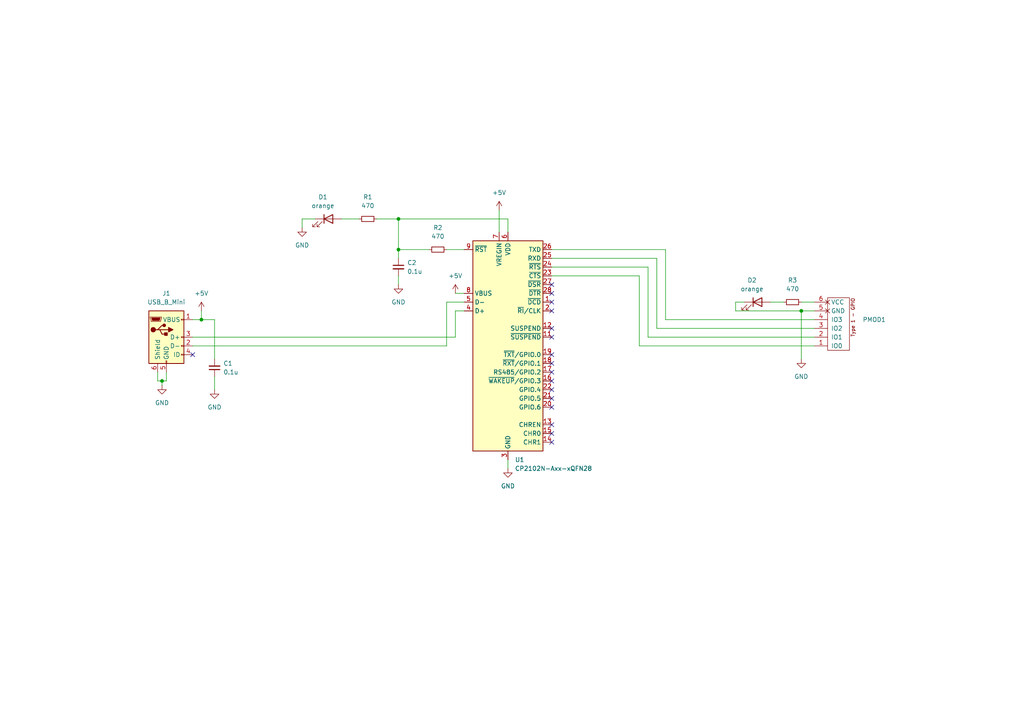
<source format=kicad_sch>
(kicad_sch (version 20211123) (generator eeschema)
  (paper "A4")
  (lib_symbols
    (symbol "Connector:USB_B_Mini" (pin_names (offset 1.016))
      (property "Reference" "J" (at -5.08 11.43 0))
      (property "Value" "USB_B_Mini" (at -5.08 8.89 0))
      (symbol "USB_B_Mini_0_1"
        (rectangle (start -5.08 -7.62) (end 5.08 7.62) (stroke (width 0.254)) (fill (type background)))
        (circle (center -3.81 2.159) (radius 0.635) (stroke (width 0.254)) (fill (type outline)))
        (circle (center -0.635 3.429) (radius 0.381) (stroke (width 0.254)) (fill (type outline)))
        (rectangle (start -0.127 -7.62) (end 0.127 -6.858))
        (polyline (pts (xy -1.905 2.159) (xy 0.635 2.159)) (stroke (width 0.254)))
        (polyline (pts (xy -3.175 2.159) (xy -2.54 2.159) (xy -1.27 3.429) (xy -0.635 3.429)) (stroke (width 0.254)))
        (polyline (pts (xy -2.54 2.159) (xy -1.905 2.159) (xy -1.27 0.889) (xy 0 0.889)) (stroke (width 0.254)))
        (polyline (pts (xy 0.635 2.794) (xy 0.635 1.524) (xy 1.905 2.159) (xy 0.635 2.794)) (stroke (width 0.254)) (fill (type outline)))
        (polyline (pts (xy -4.318 5.588) (xy -1.778 5.588) (xy -2.032 4.826) (xy -4.064 4.826) (xy -4.318 5.588)) (fill (type outline)))
        (polyline (pts (xy -4.699 5.842) (xy -4.699 5.588) (xy -4.445 4.826) (xy -4.445 4.572) (xy -1.651 4.572) (xy -1.651 4.826) (xy -1.397 5.588) (xy -1.397 5.842) (xy -4.699 5.842)))
        (rectangle (start 0.254 1.27) (end -0.508 0.508) (stroke (width 0.254)) (fill (type outline)))
        (rectangle (start 5.08 -5.207) (end 4.318 -4.953))
        (rectangle (start 5.08 -2.667) (end 4.318 -2.413))
        (rectangle (start 5.08 -0.127) (end 4.318 0.127))
        (rectangle (start 5.08 4.953) (end 4.318 5.207))
      )
      (symbol "USB_B_Mini_1_1"
        (pin power_out line (at 7.62 5.08 180) (length 2.54) (name "VBUS") (number "1"))
        (pin bidirectional line (at 7.62 -2.54 180) (length 2.54) (name "D-") (number "2"))
        (pin bidirectional line (at 7.62 0 180) (length 2.54) (name "D+") (number "3"))
        (pin passive line (at 7.62 -5.08 180) (length 2.54) (name "ID") (number "4"))
        (pin power_out line (at 0 -10.16 90) (length 2.54) (name "GND") (number "5"))
        (pin passive line (at -2.54 -10.16 90) (length 2.54) (name "Shield") (number "6"))
      )
    )
    (symbol "Device:C_Small" (pin_numbers hide) (pin_names (offset 0.254) hide)
      (property "Reference" "C" (at 0.254 1.778 0))
      (property "Value" "C_Small" (at 0.254 -2.032 0))
      (symbol "C_Small_0_1"
        (polyline (pts (xy -1.524 -0.508) (xy 1.524 -0.508)) (stroke (width 0.3302)))
        (polyline (pts (xy -1.524 0.508) (xy 1.524 0.508)) (stroke (width 0.3048)))
      )
      (symbol "C_Small_1_1"
        (pin passive line (at 0 2.54 270) (length 2.032) (name "~") (number "1"))
        (pin passive line (at 0 -2.54 90) (length 2.032) (name "~") (number "2"))
      )
    )
    (symbol "Device:LED" (pin_numbers hide) (pin_names (offset 1.016) hide)
      (property "Reference" "D" (at 0 2.54 0))
      (property "Value" "LED" (at 0 -2.54 0))
      (symbol "LED_0_1"
        (polyline (pts (xy -1.27 -1.27) (xy -1.27 1.27)) (stroke (width 0.254)))
        (polyline (pts (xy -1.27 0) (xy 1.27 0)))
        (polyline (pts (xy 1.27 -1.27) (xy 1.27 1.27) (xy -1.27 0) (xy 1.27 -1.27)) (stroke (width 0.254)))
        (polyline (pts (xy -3.048 -0.762) (xy -4.572 -2.286) (xy -3.81 -2.286) (xy -4.572 -2.286) (xy -4.572 -1.524)))
        (polyline (pts (xy -1.778 -0.762) (xy -3.302 -2.286) (xy -2.54 -2.286) (xy -3.302 -2.286) (xy -3.302 -1.524)))
      )
      (symbol "LED_1_1"
        (pin passive line (at -3.81 0 0) (length 2.54) (name "K") (number "1"))
        (pin passive line (at 3.81 0 180) (length 2.54) (name "A") (number "2"))
      )
    )
    (symbol "Device:R_Small" (pin_numbers hide) (pin_names (offset 0.254) hide)
      (property "Reference" "R" (at 0.762 0.508 0))
      (property "Value" "R_Small" (at 0.762 -1.016 0))
      (symbol "R_Small_0_1"
        (rectangle (start -0.762 1.778) (end 0.762 -1.778) (stroke (width 0.2032)))
      )
      (symbol "R_Small_1_1"
        (pin passive line (at 0 2.54 270) (length 0.762) (name "~") (number "1"))
        (pin passive line (at 0 -2.54 90) (length 0.762) (name "~") (number "2"))
      )
    )
    (symbol "Interface_USB:CP2102N-Axx-xQFN28"
      (property "Reference" "U" (at -8.89 31.75 0))
      (property "Value" "CP2102N-Axx-xQFN28" (at 12.7 31.75 0))
      (symbol "CP2102N-Axx-xQFN28_0_1"
        (rectangle (start -10.16 30.48) (end 10.16 -30.48) (stroke (width 0.254)) (fill (type background)))
      )
      (symbol "CP2102N-Axx-xQFN28_1_1"
        (pin input line (at 12.7 12.7 180) (length 2.54) (name "~{DCD}") (number "1"))
        (pin no_connect line (at -10.16 -27.94 0) (length 2.54) hide (name "NC") (number "10"))
        (pin output line (at 12.7 2.54 180) (length 2.54) (name "~{SUSPEND}") (number "11"))
        (pin output line (at 12.7 5.08 180) (length 2.54) (name "SUSPEND") (number "12"))
        (pin output line (at 12.7 -22.86 180) (length 2.54) (name "CHREN") (number "13"))
        (pin output line (at 12.7 -27.94 180) (length 2.54) (name "CHR1") (number "14"))
        (pin output line (at 12.7 -25.4 180) (length 2.54) (name "CHR0") (number "15"))
        (pin bidirectional line (at 12.7 -10.16 180) (length 2.54) (name "~{WAKEUP}/GPIO.3") (number "16"))
        (pin bidirectional line (at 12.7 -7.62 180) (length 2.54) (name "RS485/GPIO.2") (number "17"))
        (pin bidirectional line (at 12.7 -5.08 180) (length 2.54) (name "~{RXT}/GPIO.1") (number "18"))
        (pin bidirectional line (at 12.7 -2.54 180) (length 2.54) (name "~{TXT}/GPIO.0") (number "19"))
        (pin bidirectional line (at 12.7 10.16 180) (length 2.54) (name "~{RI}/CLK") (number "2"))
        (pin bidirectional line (at 12.7 -17.78 180) (length 2.54) (name "GPIO.6") (number "20"))
        (pin bidirectional line (at 12.7 -15.24 180) (length 2.54) (name "GPIO.5") (number "21"))
        (pin bidirectional line (at 12.7 -12.7 180) (length 2.54) (name "GPIO.4") (number "22"))
        (pin input line (at 12.7 20.32 180) (length 2.54) (name "~{CTS}") (number "23"))
        (pin output line (at 12.7 22.86 180) (length 2.54) (name "~{RTS}") (number "24"))
        (pin input line (at 12.7 25.4 180) (length 2.54) (name "RXD") (number "25"))
        (pin output line (at 12.7 27.94 180) (length 2.54) (name "TXD") (number "26"))
        (pin input line (at 12.7 17.78 180) (length 2.54) (name "~{DSR}") (number "27"))
        (pin output line (at 12.7 15.24 180) (length 2.54) (name "~{DTR}") (number "28"))
        (pin passive line (at 0 -33.02 90) (length 2.54) hide (name "GND") (number "29"))
        (pin power_in line (at 0 -33.02 90) (length 2.54) (name "GND") (number "3"))
        (pin bidirectional line (at -12.7 10.16 0) (length 2.54) (name "D+") (number "4"))
        (pin bidirectional line (at -12.7 12.7 0) (length 2.54) (name "D-") (number "5"))
        (pin power_in line (at 0 33.02 270) (length 2.54) (name "VDD") (number "6"))
        (pin power_in line (at -2.54 33.02 270) (length 2.54) (name "VREGIN") (number "7"))
        (pin input line (at -12.7 15.24 0) (length 2.54) (name "VBUS") (number "8"))
        (pin input line (at -12.7 27.94 0) (length 2.54) (name "~{RST}") (number "9"))
      )
    )
    (symbol "pmod:PMOD-Device-x1-Type-1-GPIO" (pin_names (offset 1.016))
      (property "Reference" "PMOD" (at -3.302 -1.27 0))
      (property "Datasheet" "https://docs.google.com/a/mithis.com/spreadsheets/d/1D-GboyrP57VVpejQzEm0P1WEORo1LAIt92hk1bZGEoo/edit#gid=0" (at -1.27 7.62 0))
      (symbol "PMOD-Device-x1-Type-1-GPIO_0_0"
        (text "Type 1 - GPIO" (at -7.366 0 900) (effects (font (size 0.9906 0.9906)) (justify left)))
      )
      (symbol "PMOD-Device-x1-Type-1-GPIO_0_1"
        (rectangle (start 0 15.24) (end -6.35 0))
      )
      (symbol "PMOD-Device-x1-Type-1-GPIO_1_1"
        (pin bidirectional line (at 3.81 13.97 180) (length 3.81) (name "IO0") (number "1"))
        (pin bidirectional line (at 3.81 11.43 180) (length 3.81) (name "IO1") (number "2"))
        (pin bidirectional line (at 3.81 8.89 180) (length 3.81) (name "IO2") (number "3"))
        (pin bidirectional line (at 3.81 6.35 180) (length 3.81) (name "IO3") (number "4"))
        (pin power_out non_logic (at 3.81 3.81 180) (length 3.81) (name "GND") (number "5"))
        (pin power_out non_logic (at 3.81 1.27 180) (length 3.81) (name "VCC") (number "6"))
      )
    )
    (symbol "power:+5V" (power) (pin_names (offset 0))
      (property "Value" "+5V" (at 0 3.556 0))
      (symbol "+5V_0_1"
        (polyline (pts (xy -0.762 1.27) (xy 0 2.54)))
        (polyline (pts (xy 0 0) (xy 0 2.54)))
        (polyline (pts (xy 0 2.54) (xy 0.762 1.27)))
      )
      (symbol "+5V_1_1"
        (pin power_in line (at 0 0 90) (length 0) hide (name "+5V") (number "1"))
      )
    )
    (symbol "power:GND" (power) (pin_names (offset 0))
      (property "Value" "GND" (at 0 -3.81 0))
      (symbol "GND_0_1"
        (polyline (pts (xy 0 0) (xy 0 -1.27) (xy 1.27 -1.27) (xy 0 -2.54) (xy -1.27 -1.27) (xy 0 -1.27)))
      )
      (symbol "GND_1_1"
        (pin power_in line (at 0 0 270) (length 0) hide (name "GND") (number "1"))
      )
    )
  )
  (junction (at 46.99 110.49))
  (junction (at 232.41 90.17))
  (junction (at 58.42 92.71))
  (junction (at 115.57 72.39))
  (junction (at 115.57 63.5))
  (no_connect (at 160.02 85.09))
  (no_connect (at 160.02 82.55))
  (no_connect (at 160.02 90.17))
  (no_connect (at 160.02 107.95))
  (no_connect (at 160.02 105.41))
  (no_connect (at 160.02 102.87))
  (no_connect (at 160.02 110.49))
  (no_connect (at 160.02 128.27))
  (no_connect (at 160.02 125.73))
  (no_connect (at 160.02 123.19))
  (no_connect (at 160.02 118.11))
  (no_connect (at 160.02 115.57))
  (no_connect (at 160.02 113.03))
  (no_connect (at 160.02 97.79))
  (no_connect (at 160.02 95.25))
  (no_connect (at 160.02 87.63))
  (no_connect (at 55.88 102.87))
  (wire (pts (xy 91.44 63.5) (xy 87.63 63.5)))
  (wire (pts (xy 129.54 72.39) (xy 134.62 72.39)))
  (wire (pts (xy 232.41 90.17) (xy 232.41 104.14)))
  (wire (pts (xy 160.02 74.93) (xy 190.5 74.93)))
  (wire (pts (xy 193.04 92.71) (xy 193.04 72.39)))
  (wire (pts (xy 58.42 92.71) (xy 62.23 92.71)))
  (wire (pts (xy 144.78 60.96) (xy 144.78 67.31)))
  (wire (pts (xy 147.32 133.35) (xy 147.32 135.89)))
  (wire (pts (xy 129.54 87.63) (xy 129.54 100.33)))
  (wire (pts (xy 132.08 90.17) (xy 134.62 90.17)))
  (wire (pts (xy 190.5 74.93) (xy 190.5 95.25)))
  (wire (pts (xy 236.22 90.17) (xy 232.41 90.17)))
  (wire (pts (xy 45.72 110.49) (xy 46.99 110.49)))
  (wire (pts (xy 236.22 97.79) (xy 187.96 97.79)))
  (wire (pts (xy 46.99 110.49) (xy 46.99 111.76)))
  (wire (pts (xy 132.08 97.79) (xy 132.08 90.17)))
  (wire (pts (xy 58.42 92.71) (xy 58.42 90.17)))
  (wire (pts (xy 236.22 92.71) (xy 193.04 92.71)))
  (wire (pts (xy 213.36 90.17) (xy 232.41 90.17)))
  (wire (pts (xy 215.9 87.63) (xy 213.36 87.63)))
  (wire (pts (xy 160.02 80.01) (xy 185.42 80.01)))
  (wire (pts (xy 187.96 77.47) (xy 160.02 77.47)))
  (wire (pts (xy 115.57 80.01) (xy 115.57 82.55)))
  (wire (pts (xy 190.5 95.25) (xy 236.22 95.25)))
  (wire (pts (xy 147.32 67.31) (xy 147.32 63.5)))
  (wire (pts (xy 185.42 100.33) (xy 236.22 100.33)))
  (wire (pts (xy 213.36 87.63) (xy 213.36 90.17)))
  (wire (pts (xy 55.88 92.71) (xy 58.42 92.71)))
  (wire (pts (xy 187.96 97.79) (xy 187.96 77.47)))
  (wire (pts (xy 147.32 63.5) (xy 115.57 63.5)))
  (wire (pts (xy 115.57 63.5) (xy 115.57 72.39)))
  (wire (pts (xy 115.57 72.39) (xy 124.46 72.39)))
  (wire (pts (xy 134.62 87.63) (xy 129.54 87.63)))
  (wire (pts (xy 62.23 109.22) (xy 62.23 113.03)))
  (wire (pts (xy 129.54 100.33) (xy 55.88 100.33)))
  (wire (pts (xy 232.41 87.63) (xy 236.22 87.63)))
  (wire (pts (xy 115.57 72.39) (xy 115.57 74.93)))
  (wire (pts (xy 109.22 63.5) (xy 115.57 63.5)))
  (wire (pts (xy 45.72 107.95) (xy 45.72 110.49)))
  (wire (pts (xy 55.88 97.79) (xy 132.08 97.79)))
  (wire (pts (xy 99.06 63.5) (xy 104.14 63.5)))
  (wire (pts (xy 185.42 80.01) (xy 185.42 100.33)))
  (wire (pts (xy 62.23 104.14) (xy 62.23 92.71)))
  (wire (pts (xy 223.52 87.63) (xy 227.33 87.63)))
  (wire (pts (xy 132.08 85.09) (xy 134.62 85.09)))
  (wire (pts (xy 87.63 63.5) (xy 87.63 66.04)))
  (wire (pts (xy 48.26 107.95) (xy 48.26 110.49)))
  (wire (pts (xy 46.99 110.49) (xy 48.26 110.49)))
  (wire (pts (xy 193.04 72.39) (xy 160.02 72.39)))
  (symbol (lib_id "power:GND") (at 147.32 135.89 0) (unit 1)
    (property "Reference" "#PWR0101" (effects hide))
    (property "Value" "GND" (at 147.32 140.97 0))
  )
  (symbol (lib_id "pmod:PMOD-Device-x1-Type-1-GPIO") (at 240.03 86.36 180) (unit 1)
    (property "Reference" "PMOD1" (at 250.19 92.7099 0) (effects (justify right)))
    (property "Value" "PMOD-Device-x1-Type-1-GPIO" (effects hide))
    (property "Footprint" "pmod-conn_6x2:pmod_type_1_pin" (effects hide))
    (property "Datasheet" "https://docs.google.com/a/mithis.com/spreadsheets/d/1D-GboyrP57VVpejQzEm0P1WEORo1LAIt92hk1bZGEoo/edit#gid=0" (effects hide))
  )
  (symbol (lib_id "Device:LED") (at 95.25 63.5 0) (unit 1)
    (property "Reference" "D1" (at 93.6625 57.15 0))
    (property "Value" "orange" (at 93.6625 59.69 0))
    (property "Footprint" "LED_SMD:LED_0805_2012Metric" (effects hide))
  )
  (symbol (lib_id "power:GND") (at 87.63 66.04 0) (unit 1)
    (property "Reference" "#PWR0109" (effects hide))
    (property "Value" "GND" (at 87.63 71.12 0))
  )
  (symbol (lib_id "Interface_USB:CP2102N-Axx-xQFN28") (at 147.32 100.33 0) (unit 1)
    (property "Reference" "U1" (at 149.3394 133.35 0) (effects (justify left)))
    (property "Value" "CP2102N-Axx-xQFN28" (at 149.3394 135.89 0) (effects (justify left)))
    (property "Footprint" "Package_DFN_QFN:QFN-28-1EP_5x5mm_P0.5mm_EP3.35x3.35mm" (effects hide))
    (property "Datasheet" "https://www.silabs.com/documents/public/data-sheets/cp2102n-datasheet.pdf" (effects hide))
  )
  (symbol (lib_id "power:+5V") (at 132.08 85.09 0) (unit 1)
    (property "Reference" "#PWR0107" (effects hide))
    (property "Value" "+5V" (at 132.08 80.01 0))
  )
  (symbol (lib_id "power:GND") (at 46.99 111.76 0) (unit 1)
    (property "Reference" "#PWR0104" (effects hide))
    (property "Value" "GND" (at 46.99 116.84 0))
  )
  (symbol (lib_id "Connector:USB_B_Mini") (at 48.26 97.79 0) (unit 1)
    (property "Reference" "J1" (at 48.26 85.09 0))
    (property "Value" "USB_B_Mini" (at 48.26 87.63 0))
    (property "Footprint" "Connector_USB:USB_Mini-B_Wuerth_65100516121_Horizontal" (effects hide))
  )
  (symbol (lib_id "power:GND") (at 232.41 104.14 0) (unit 1)
    (property "Reference" "#PWR0103" (effects hide))
    (property "Value" "GND" (at 232.41 109.22 0))
  )
  (symbol (lib_id "power:+5V") (at 144.78 60.96 0) (unit 1)
    (property "Reference" "#PWR0102" (effects hide))
    (property "Value" "+5V" (at 144.78 55.88 0))
  )
  (symbol (lib_id "power:GND") (at 115.57 82.55 0) (unit 1)
    (property "Reference" "#PWR0108" (effects hide))
    (property "Value" "GND" (at 115.57 87.63 0))
  )
  (symbol (lib_id "Device:C_Small") (at 62.23 106.68 180) (unit 1)
    (property "Reference" "C1" (at 64.77 105.4035 0) (effects (justify right)))
    (property "Value" "0.1u" (at 64.77 107.9435 0) (effects (justify right)))
    (property "Footprint" "Capacitor_SMD:C_0805_2012Metric" (effects hide))
  )
  (symbol (lib_id "Device:LED") (at 219.71 87.63 0) (unit 1)
    (property "Reference" "D2" (at 218.1225 81.28 0))
    (property "Value" "orange" (at 218.1225 83.82 0))
    (property "Footprint" "LED_SMD:LED_0805_2012Metric" (effects hide))
  )
  (symbol (lib_id "power:+5V") (at 58.42 90.17 0) (unit 1)
    (property "Reference" "#PWR0106" (effects hide))
    (property "Value" "+5V" (at 58.42 85.09 0))
  )
  (symbol (lib_id "Device:R_Small") (at 106.68 63.5 90) (unit 1)
    (property "Reference" "R1" (at 106.68 57.15 90))
    (property "Value" "470" (at 106.68 59.69 90))
    (property "Footprint" "Resistor_SMD:R_0805_2012Metric" (effects hide))
  )
  (symbol (lib_id "Device:R_Small") (at 229.87 87.63 90) (unit 1)
    (property "Reference" "R3" (at 229.87 81.28 90))
    (property "Value" "470" (at 229.87 83.82 90))
    (property "Footprint" "Resistor_SMD:R_0805_2012Metric" (effects hide))
  )
  (symbol (lib_id "Device:C_Small") (at 115.57 77.47 0) (unit 1)
    (property "Reference" "C2" (at 118.11 76.2062 0) (effects (justify left)))
    (property "Value" "0.1u" (at 118.11 78.7462 0) (effects (justify left)))
    (property "Footprint" "Capacitor_SMD:C_0805_2012Metric" (effects hide))
  )
  (symbol (lib_id "power:GND") (at 62.23 113.03 0) (unit 1)
    (property "Reference" "#PWR0105" (effects hide))
    (property "Value" "GND" (at 62.23 118.11 0))
  )
  (symbol (lib_id "Device:R_Small") (at 127 72.39 90) (unit 1)
    (property "Reference" "R2" (at 127 66.04 90))
    (property "Value" "470" (at 127 68.58 90))
    (property "Footprint" "Resistor_SMD:R_0805_2012Metric" (effects hide))
  )
)
</source>
